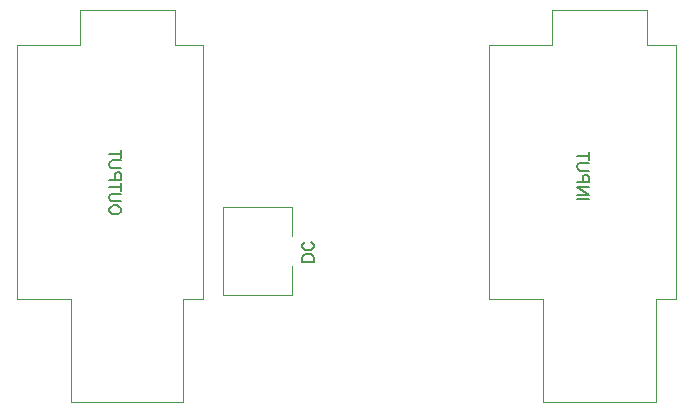
<source format=gbo>
%FSLAX46Y46*%
%MOMM*%
%ADD11C,0.050000*%
%ADD10C,0.150000*%
G01*
%LPD*%
G01*
%LPD*%
D10*
X10946190Y7386667D02*
X10993810Y7481905D01*
D10*
X10850952Y7291428D02*
X10946190Y7386667D01*
D10*
X10755714Y7243809D02*
X10850952Y7291428D01*
D10*
X10612857Y7196190D02*
X10755714Y7243809D01*
D10*
X10374762Y7196190D02*
X10612857Y7196190D01*
D10*
X10231905Y7243809D02*
X10374762Y7196190D01*
D10*
X10136667Y7291428D02*
X10231905Y7243809D01*
D10*
X10041429Y7386667D02*
X10136667Y7291428D01*
D10*
X9993810Y7481905D02*
X10041429Y7386667D01*
D10*
X9993810Y7672381D02*
X9993810Y7481905D01*
D10*
X10041429Y7767619D02*
X9993810Y7672381D01*
D10*
X10136667Y7862857D02*
X10041429Y7767619D01*
D10*
X10231905Y7910476D02*
X10136667Y7862857D01*
D10*
X10374762Y7958095D02*
X10231905Y7910476D01*
D10*
X10612857Y7958095D02*
X10374762Y7958095D01*
D10*
X10755714Y7910476D02*
X10612857Y7958095D01*
D10*
X10850952Y7862857D02*
X10755714Y7910476D01*
D10*
X10946190Y7767619D02*
X10850952Y7862857D01*
D10*
X10993810Y7672381D02*
X10946190Y7767619D01*
D10*
X10993810Y7481905D02*
X10993810Y7672381D01*
D10*
X10279524Y8291428D02*
X10993810Y8291428D01*
D10*
X10136667Y8339047D02*
X10279524Y8291428D01*
D10*
X10041429Y8434286D02*
X10136667Y8339047D01*
D10*
X9993810Y8577143D02*
X10041429Y8434286D01*
D10*
X9993810Y8672381D02*
X9993810Y8577143D01*
D10*
X10041429Y8815238D02*
X9993810Y8672381D01*
D10*
X10136667Y8910476D02*
X10041429Y8815238D01*
D10*
X10279524Y8958095D02*
X10136667Y8910476D01*
D10*
X10993810Y8958095D02*
X10279524Y8958095D01*
D10*
X9993810Y9529524D02*
X10993810Y9529524D01*
D10*
X10993810Y9862857D02*
X10993810Y9196190D01*
D10*
X9993810Y10100952D02*
X10993810Y10100952D01*
D10*
X10993810Y10529524D02*
X10993810Y10100952D01*
D10*
X10946190Y10672381D02*
X10993810Y10529524D01*
D10*
X10898571Y10720000D02*
X10946190Y10672381D01*
D10*
X10803333Y10767619D02*
X10898571Y10720000D01*
D10*
X10660476Y10767619D02*
X10803333Y10767619D01*
D10*
X10565238Y10720000D02*
X10660476Y10767619D01*
D10*
X10517619Y10672381D02*
X10565238Y10720000D01*
D10*
X10470000Y10529524D02*
X10517619Y10672381D01*
D10*
X10470000Y10100952D02*
X10470000Y10529524D01*
D10*
X10279524Y11100952D02*
X10993810Y11100952D01*
D10*
X10136667Y11148572D02*
X10279524Y11100952D01*
D10*
X10041429Y11243810D02*
X10136667Y11148572D01*
D10*
X9993810Y11386667D02*
X10041429Y11243810D01*
D10*
X9993810Y11481905D02*
X9993810Y11386667D01*
D10*
X10041429Y11624762D02*
X9993810Y11481905D01*
D10*
X10136667Y11720000D02*
X10041429Y11624762D01*
D10*
X10279524Y11767619D02*
X10136667Y11720000D01*
D10*
X10993810Y11767619D02*
X10279524Y11767619D01*
D10*
X9993810Y12339048D02*
X10993810Y12339048D01*
D10*
X10993810Y12672381D02*
X10993810Y12005714D01*
D10*
X26323810Y3190476D02*
X27323810Y3190476D01*
D10*
X27323810Y3523809D02*
X27323810Y3190476D01*
D10*
X27276190Y3666666D02*
X27323810Y3523809D01*
D10*
X27180952Y3761904D02*
X27276190Y3666666D01*
D10*
X27085714Y3809524D02*
X27180952Y3761904D01*
D10*
X26942858Y3857143D02*
X27085714Y3809524D01*
D10*
X26704762Y3857143D02*
X26942858Y3857143D01*
D10*
X26561904Y3809524D02*
X26704762Y3857143D01*
D10*
X26466666Y3761904D02*
X26561904Y3809524D01*
D10*
X26371428Y3666666D02*
X26466666Y3761904D01*
D10*
X26323810Y3523809D02*
X26371428Y3666666D01*
D10*
X26323810Y3190476D02*
X26323810Y3523809D01*
D10*
X27180952Y4809524D02*
X27085714Y4857143D01*
D10*
X27276190Y4714285D02*
X27180952Y4809524D01*
D10*
X27323810Y4619047D02*
X27276190Y4714285D01*
D10*
X27323810Y4428571D02*
X27323810Y4619047D01*
D10*
X27276190Y4333333D02*
X27323810Y4428571D01*
D10*
X27180952Y4238095D02*
X27276190Y4333333D01*
D10*
X27085714Y4190476D02*
X27180952Y4238095D01*
D10*
X26942858Y4142857D02*
X27085714Y4190476D01*
D10*
X26704762Y4142857D02*
X26942858Y4142857D01*
D10*
X26561904Y4190476D02*
X26704762Y4142857D01*
D10*
X26466666Y4238095D02*
X26561904Y4190476D01*
D10*
X26371428Y4333333D02*
X26466666Y4238095D01*
D10*
X26323810Y4428571D02*
X26371428Y4333333D01*
D10*
X26323810Y4619047D02*
X26323810Y4428571D01*
D10*
X26371428Y4714285D02*
X26323810Y4619047D01*
D10*
X26466666Y4809524D02*
X26371428Y4714285D01*
D10*
X26561904Y4857143D02*
X26466666Y4809524D01*
D10*
X49593808Y8472381D02*
X50593808Y8472381D01*
D10*
X49593808Y8853334D02*
X50593808Y8853334D01*
D10*
X49593808Y9520000D02*
X50593808Y8853334D01*
D10*
X49593808Y9520000D02*
X50593808Y9520000D01*
D10*
X49593808Y9900952D02*
X50593808Y9900952D01*
D10*
X50593808Y10329524D02*
X50593808Y9900952D01*
D10*
X50546192Y10472381D02*
X50593808Y10329524D01*
D10*
X50498572Y10520000D02*
X50546192Y10472381D01*
D10*
X50403332Y10567619D02*
X50498572Y10520000D01*
D10*
X50260476Y10567619D02*
X50403332Y10567619D01*
D10*
X50165240Y10520000D02*
X50260476Y10567619D01*
D10*
X50117620Y10472381D02*
X50165240Y10520000D01*
D10*
X50070000Y10329524D02*
X50117620Y10472381D01*
D10*
X50070000Y9900952D02*
X50070000Y10329524D01*
D10*
X49879524Y10900952D02*
X50593808Y10900952D01*
D10*
X49736668Y10948572D02*
X49879524Y10900952D01*
D10*
X49641428Y11043810D02*
X49736668Y10948572D01*
D10*
X49593808Y11186667D02*
X49641428Y11043810D01*
D10*
X49593808Y11281905D02*
X49593808Y11186667D01*
D10*
X49641428Y11424762D02*
X49593808Y11281905D01*
D10*
X49736668Y11520000D02*
X49641428Y11424762D01*
D10*
X49879524Y11567619D02*
X49736668Y11520000D01*
D10*
X50593808Y11567619D02*
X49879524Y11567619D01*
D10*
X49593808Y12139048D02*
X50593808Y12139048D01*
D10*
X50593808Y12472381D02*
X50593808Y11805714D01*
D11*
X25425000Y7825000D02*
X19625000Y7825000D01*
D11*
X25425000Y2800000D02*
X25425000Y375000D01*
D11*
X25425000Y7825000D02*
X25425000Y5400000D01*
D11*
X19625000Y375000D02*
X25425000Y375000D01*
D11*
X19625000Y7825000D02*
X19625000Y375000D01*
D11*
X7475000Y21500000D02*
X2165000Y21500000D01*
D11*
X6725000Y-8675000D02*
X16275000Y-8675000D01*
D11*
X6725000Y25000D02*
X6725000Y-8675000D01*
D11*
X7475000Y24500000D02*
X7475000Y21500000D01*
D11*
X16275000Y25000D02*
X17955000Y25000D01*
D11*
X17955000Y21500000D02*
X15525000Y21500000D01*
D11*
X16275000Y-8675000D02*
X16275000Y25000D01*
D11*
X2165000Y25000D02*
X6725000Y25000D01*
D11*
X15525000Y24500000D02*
X7475000Y24500000D01*
D11*
X2165000Y21500000D02*
X2165000Y25000D01*
D11*
X17955000Y25000D02*
X17955000Y21500000D01*
D11*
X15525000Y21500000D02*
X15525000Y24500000D01*
D11*
X47475000Y21500000D02*
X42165000Y21500000D01*
D11*
X46725000Y-8675000D02*
X56275000Y-8675000D01*
D11*
X46725000Y25000D02*
X46725000Y-8675000D01*
D11*
X47475000Y24500000D02*
X47475000Y21500000D01*
D11*
X56275000Y25000D02*
X57955000Y25000D01*
D11*
X57955000Y21500000D02*
X55525000Y21500000D01*
D11*
X56275000Y-8675000D02*
X56275000Y25000D01*
D11*
X42165000Y25000D02*
X46725000Y25000D01*
D11*
X55525000Y24500000D02*
X47475000Y24500000D01*
D11*
X42165000Y21500000D02*
X42165000Y25000D01*
D11*
X57955000Y25000D02*
X57955000Y21500000D01*
D11*
X55525000Y21500000D02*
X55525000Y24500000D01*
G75*
M02*

</source>
